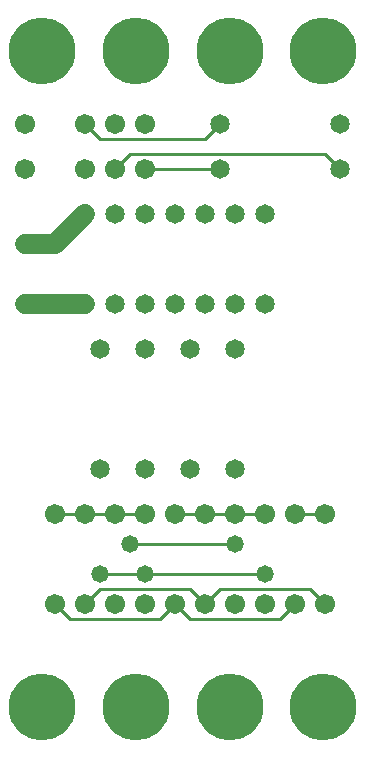
<source format=gbl>
%MOIN*%
%FSLAX25Y25*%
G04 D10 used for Character Trace; *
G04     Circle (OD=.01000) (No hole)*
G04 D11 used for Power Trace; *
G04     Circle (OD=.06700) (No hole)*
G04 D12 used for Signal Trace; *
G04     Circle (OD=.01100) (No hole)*
G04 D13 used for Via; *
G04     Circle (OD=.05800) (Round. Hole ID=.02800)*
G04 D14 used for Component hole; *
G04     Circle (OD=.06500) (Round. Hole ID=.03500)*
G04 D15 used for Component hole; *
G04     Circle (OD=.06700) (Round. Hole ID=.04300)*
G04 D16 used for Component hole; *
G04     Circle (OD=.08100) (Round. Hole ID=.05100)*
G04 D17 used for Component hole; *
G04     Circle (OD=.08900) (Round. Hole ID=.05900)*
G04 D18 used for Component hole; *
G04     Circle (OD=.11300) (Round. Hole ID=.08300)*
G04 D19 used for Component hole; *
G04     Circle (OD=.16000) (Round. Hole ID=.13000)*
G04 D20 used for Component hole; *
G04     Circle (OD=.18300) (Round. Hole ID=.15300)*
G04 D21 used for Component hole; *
G04     Circle (OD=.22291) (Round. Hole ID=.19291)*
%ADD10C,.01000*%
%ADD11C,.06700*%
%ADD12C,.01100*%
%ADD13C,.05800*%
%ADD14C,.06500*%
%ADD15C,.06700*%
%ADD16C,.08100*%
%ADD17C,.08900*%
%ADD18C,.11300*%
%ADD19C,.16000*%
%ADD20C,.18300*%
%ADD21C,.22291*%
%IPPOS*%
%LPD*%
G90*X0Y0D02*D21*X15625Y15625D03*D12*              
X25000Y45000D02*X55000D01*X60000Y50000D01*D15*D03*
D12*X65000Y45000D01*X95000D01*X100000Y50000D01*   
D15*D03*D12*X110000D02*X105000Y55000D01*D15*      
X110000Y50000D03*D12*X75000Y55000D02*X105000D01*  
X70000Y50000D02*X75000Y55000D01*D15*              
X70000Y50000D03*D12*X65000Y55000D01*X35000D01*    
X30000Y50000D01*D15*D03*D12*X25000Y45000D02*      
X20000Y50000D01*D15*D03*D13*X35000Y60000D03*D12*  
X50000D01*D13*D03*D12*X90000D01*D13*D03*          
X80000Y70000D03*D12*X45000D01*D13*D03*D15*        
X50000Y80000D03*D12*X40000D01*D15*D03*D12*        
X30000D01*D15*D03*D12*X20000D01*D15*D03*D14*      
X35000Y95000D03*D15*X50000Y50000D03*D14*Y95000D03*
D15*X40000Y50000D03*X60000Y80000D03*D12*X70000D01*
D15*D03*D12*X80000D01*D15*D03*D12*X90000D01*D15*  
D03*X100000D03*D12*X110000D01*D15*D03*            
X80000Y50000D03*X90000D03*D14*X80000Y95000D03*    
X65000D03*X80000Y135000D03*X65000D03*X50000D03*   
D21*X46875Y15625D03*X78125D03*X109375D03*D14*     
X40000Y150000D03*X90000D03*X80000D03*X70000D03*   
X60000D03*X50000D03*X35000Y135000D03*             
X30000Y150000D03*D11*X10000D01*D14*D03*D11*       
Y170000D02*X20000D01*D14*X10000D03*D11*X20000D02* 
X30000Y180000D01*D14*D03*X40000D03*D15*Y195000D03*
D12*X45000Y200000D01*X110000D01*X115000Y195000D01*
D14*D03*Y210000D03*X90000Y180000D03*X80000D03*    
X75000Y210000D03*D12*X70000Y205000D01*X35000D01*  
X30000Y210000D01*D15*D03*X40000D03*               
X30000Y195000D03*X50000D03*D12*X75000D01*D14*D03* 
X60000Y180000D03*X70000D03*D15*X50000Y210000D03*  
D14*Y180000D03*D21*X109375Y234375D03*X78125D03*   
X46875D03*X15625D03*D15*X10000Y210000D03*         
Y195000D03*M02*                                   

</source>
